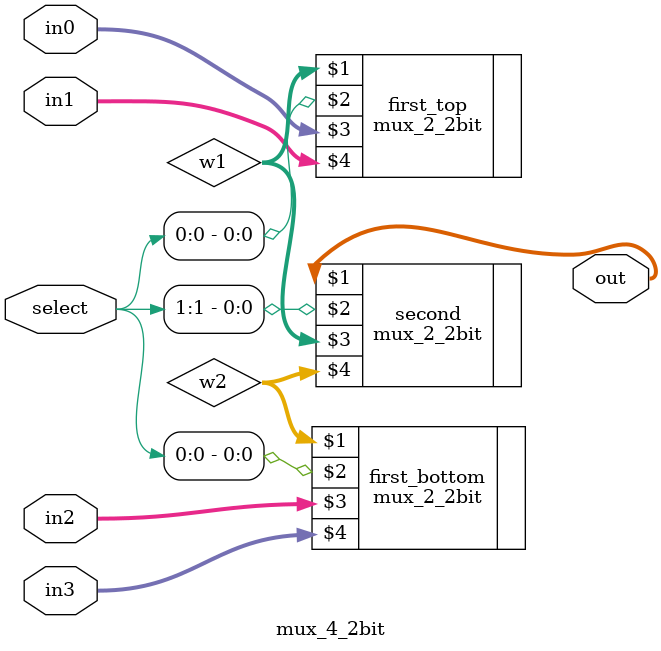
<source format=v>
module mux_4_2bit(out, select, in0, in1, in2, in3);
    input [1:0] select;
    input [1:0] in0, in1, in2, in3;
    output [1:0] out;
    wire [1:0] w1, w2;
    mux_2_2bit first_top(w1, select[0], in0, in1);
    mux_2_2bit first_bottom(w2, select[0], in2, in3);
    mux_2_2bit second(out, select[1], w1, w2);
endmodule
</source>
